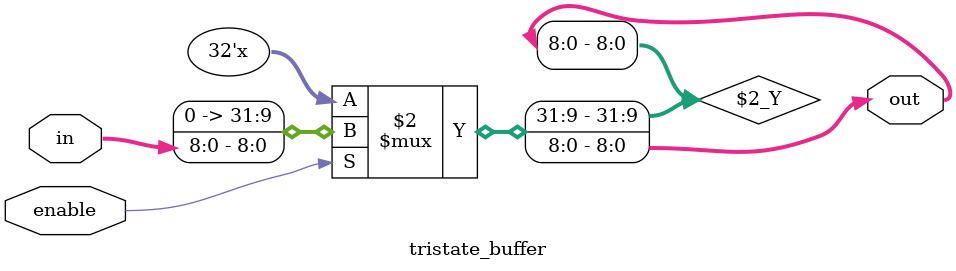
<source format=v>
module tristate_buffer(
  input [WIDTH-1:0] in,
  input enable,
  output [WIDTH-1:0] out );

  parameter WIDTH = 9;

  assign out = enable ? in : 'bz;

endmodule

</source>
